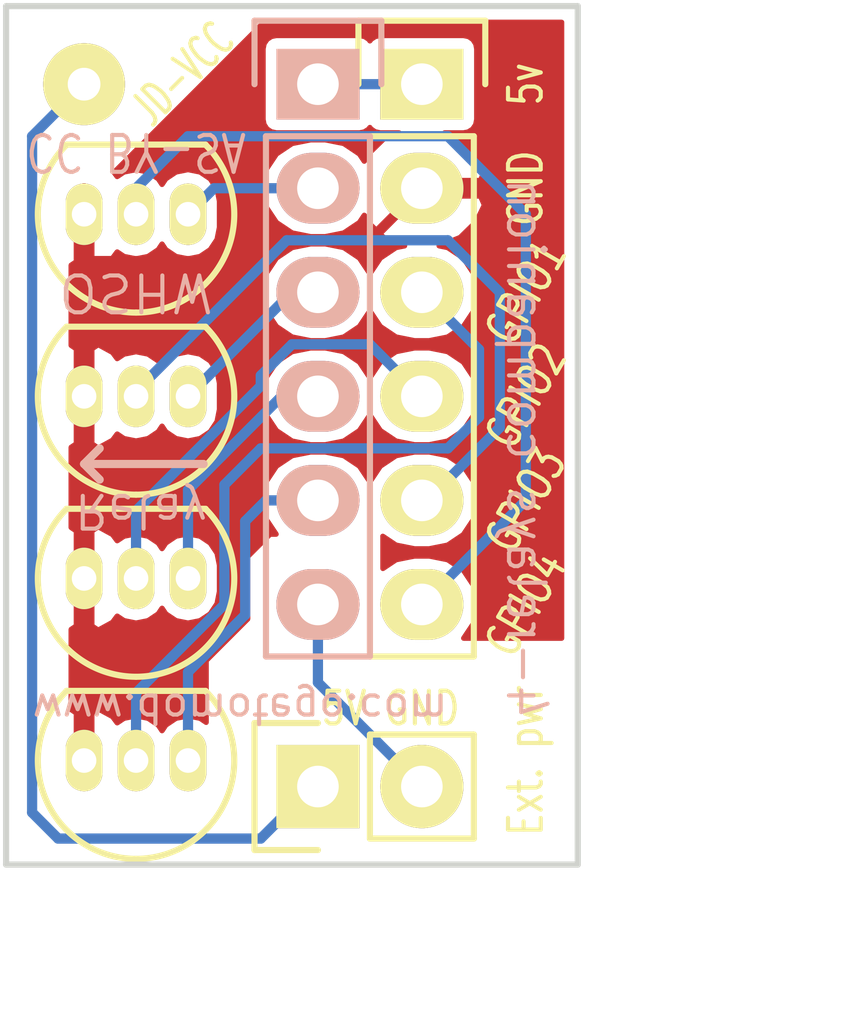
<source format=kicad_pcb>
(kicad_pcb (version 4) (host pcbnew 4.0.1-4.201602100846+6195~38~ubuntu15.10.1-stable)

  (general
    (links 15)
    (no_connects 0)
    (area 140.941667 81.405 159.413334 109.883333)
    (thickness 1.6)
    (drawings 24)
    (tracks 57)
    (zones 0)
    (modules 8)
    (nets 13)
  )

  (page A4)
  (title_block
    (title "4-relays companion")
    (date 2016-02-20)
    (rev 1)
    (company Domotego)
    (comment 1 https://github.com/tiramiseb/domotego_pcbs)
    (comment 2 https://www.domotego.com)
    (comment 4 "CC BY-SA")
  )

  (layers
    (0 F.Cu signal)
    (31 B.Cu signal)
    (32 B.Adhes user)
    (33 F.Adhes user)
    (34 B.Paste user)
    (35 F.Paste user)
    (36 B.SilkS user)
    (37 F.SilkS user)
    (38 B.Mask user)
    (39 F.Mask user)
    (40 Dwgs.User user)
    (41 Cmts.User user)
    (42 Eco1.User user)
    (43 Eco2.User user)
    (44 Edge.Cuts user)
    (45 Margin user)
    (46 B.CrtYd user)
    (47 F.CrtYd user)
    (48 B.Fab user)
    (49 F.Fab user)
  )

  (setup
    (last_trace_width 0.25)
    (trace_clearance 0.2)
    (zone_clearance 0.254)
    (zone_45_only no)
    (trace_min 0.2)
    (segment_width 0.2)
    (edge_width 0.15)
    (via_size 0.6)
    (via_drill 0.4)
    (via_min_size 0.4)
    (via_min_drill 0.3)
    (uvia_size 0.3)
    (uvia_drill 0.1)
    (uvias_allowed no)
    (uvia_min_size 0.2)
    (uvia_min_drill 0.1)
    (pcb_text_width 0.3)
    (pcb_text_size 1.5 1.5)
    (mod_edge_width 0.15)
    (mod_text_size 1 1)
    (mod_text_width 0.15)
    (pad_size 1.524 1.524)
    (pad_drill 0.762)
    (pad_to_mask_clearance 0.2)
    (aux_axis_origin 0 0)
    (visible_elements FFFFFF7F)
    (pcbplotparams
      (layerselection 0x00030_80000001)
      (usegerberextensions false)
      (excludeedgelayer true)
      (linewidth 0.100000)
      (plotframeref false)
      (viasonmask false)
      (mode 1)
      (useauxorigin false)
      (hpglpennumber 1)
      (hpglpenspeed 20)
      (hpglpendiameter 15)
      (hpglpenoverlay 2)
      (psnegative false)
      (psa4output false)
      (plotreference true)
      (plotvalue true)
      (plotinvisibletext false)
      (padsonsilk false)
      (subtractmaskfromsilk false)
      (outputformat 1)
      (mirror false)
      (drillshape 1)
      (scaleselection 1)
      (outputdirectory ""))
  )

  (net 0 "")
  (net 1 RPI_5V)
  (net 2 IN2)
  (net 3 IN1)
  (net 4 EXT_GND)
  (net 5 RPI_GND)
  (net 6 GPIO1)
  (net 7 GPIO2)
  (net 8 EXT_5V)
  (net 9 IN4)
  (net 10 IN3)
  (net 11 GPIO3)
  (net 12 GPIO4)

  (net_class Default "Ceci est la Netclass par défaut"
    (clearance 0.2)
    (trace_width 0.25)
    (via_dia 0.6)
    (via_drill 0.4)
    (uvia_dia 0.3)
    (uvia_drill 0.1)
    (add_net EXT_5V)
    (add_net EXT_GND)
    (add_net GPIO1)
    (add_net GPIO2)
    (add_net GPIO3)
    (add_net GPIO4)
    (add_net IN1)
    (add_net IN2)
    (add_net IN3)
    (add_net IN4)
    (add_net RPI_5V)
    (add_net RPI_GND)
  )

  (module Socket_Strips:Socket_Strip_Straight_1x06 (layer B.Cu) (tedit 56C2414C) (tstamp 56C24127)
    (at 151.765 87.63 270)
    (descr "Through hole socket strip")
    (tags "socket strip")
    (path /56C1AEC7)
    (fp_text reference P1 (at 0 5.1 270) (layer B.SilkS) hide
      (effects (font (size 1 1) (thickness 0.15)) (justify mirror))
    )
    (fp_text value CONN_01X06 (at 0 3.1 270) (layer B.Fab) hide
      (effects (font (size 1 1) (thickness 0.15)) (justify mirror))
    )
    (fp_line (start -1.75 1.75) (end -1.75 -1.75) (layer B.CrtYd) (width 0.05))
    (fp_line (start 14.45 1.75) (end 14.45 -1.75) (layer B.CrtYd) (width 0.05))
    (fp_line (start -1.75 1.75) (end 14.45 1.75) (layer B.CrtYd) (width 0.05))
    (fp_line (start -1.75 -1.75) (end 14.45 -1.75) (layer B.CrtYd) (width 0.05))
    (fp_line (start 1.27 -1.27) (end 13.97 -1.27) (layer B.SilkS) (width 0.15))
    (fp_line (start 13.97 -1.27) (end 13.97 1.27) (layer B.SilkS) (width 0.15))
    (fp_line (start 13.97 1.27) (end 1.27 1.27) (layer B.SilkS) (width 0.15))
    (fp_line (start -1.55 -1.55) (end 0 -1.55) (layer B.SilkS) (width 0.15))
    (fp_line (start 1.27 -1.27) (end 1.27 1.27) (layer B.SilkS) (width 0.15))
    (fp_line (start 0 1.55) (end -1.55 1.55) (layer B.SilkS) (width 0.15))
    (fp_line (start -1.55 1.55) (end -1.55 -1.55) (layer B.SilkS) (width 0.15))
    (pad 1 thru_hole rect (at 0 0 270) (size 1.7272 2.032) (drill 1.016) (layers *.Cu *.Mask B.SilkS)
      (net 1 RPI_5V))
    (pad 2 thru_hole oval (at 2.54 0 270) (size 1.7272 2.032) (drill 1.016) (layers *.Cu *.Mask B.SilkS)
      (net 9 IN4))
    (pad 3 thru_hole oval (at 5.08 0 270) (size 1.7272 2.032) (drill 1.016) (layers *.Cu *.Mask B.SilkS)
      (net 10 IN3))
    (pad 4 thru_hole oval (at 7.62 0 270) (size 1.7272 2.032) (drill 1.016) (layers *.Cu *.Mask B.SilkS)
      (net 2 IN2))
    (pad 5 thru_hole oval (at 10.16 0 270) (size 1.7272 2.032) (drill 1.016) (layers *.Cu *.Mask B.SilkS)
      (net 3 IN1))
    (pad 6 thru_hole oval (at 12.7 0 270) (size 1.7272 2.032) (drill 1.016) (layers *.Cu *.Mask B.SilkS)
      (net 4 EXT_GND))
    (model Socket_Strips.3dshapes/Socket_Strip_Straight_1x06.wrl
      (at (xyz 0.25 0 0))
      (scale (xyz 1 1 1))
      (rotate (xyz 0 0 180))
    )
  )

  (module Pin_Headers:Pin_Header_Straight_1x06 (layer F.Cu) (tedit 56C24154) (tstamp 56C24131)
    (at 154.305 87.63)
    (descr "Through hole pin header")
    (tags "pin header")
    (path /56C1B235)
    (fp_text reference P2 (at 0 -5.1) (layer F.SilkS) hide
      (effects (font (size 1 1) (thickness 0.15)))
    )
    (fp_text value CONN_01X06 (at 0 -3.1) (layer F.Fab) hide
      (effects (font (size 1 1) (thickness 0.15)))
    )
    (fp_line (start -1.75 -1.75) (end -1.75 14.45) (layer F.CrtYd) (width 0.05))
    (fp_line (start 1.75 -1.75) (end 1.75 14.45) (layer F.CrtYd) (width 0.05))
    (fp_line (start -1.75 -1.75) (end 1.75 -1.75) (layer F.CrtYd) (width 0.05))
    (fp_line (start -1.75 14.45) (end 1.75 14.45) (layer F.CrtYd) (width 0.05))
    (fp_line (start 1.27 1.27) (end 1.27 13.97) (layer F.SilkS) (width 0.15))
    (fp_line (start 1.27 13.97) (end -1.27 13.97) (layer F.SilkS) (width 0.15))
    (fp_line (start -1.27 13.97) (end -1.27 1.27) (layer F.SilkS) (width 0.15))
    (fp_line (start 1.55 -1.55) (end 1.55 0) (layer F.SilkS) (width 0.15))
    (fp_line (start 1.27 1.27) (end -1.27 1.27) (layer F.SilkS) (width 0.15))
    (fp_line (start -1.55 0) (end -1.55 -1.55) (layer F.SilkS) (width 0.15))
    (fp_line (start -1.55 -1.55) (end 1.55 -1.55) (layer F.SilkS) (width 0.15))
    (pad 1 thru_hole rect (at 0 0) (size 2.032 1.7272) (drill 1.016) (layers *.Cu *.Mask F.SilkS)
      (net 1 RPI_5V))
    (pad 2 thru_hole oval (at 0 2.54) (size 2.032 1.7272) (drill 1.016) (layers *.Cu *.Mask F.SilkS)
      (net 5 RPI_GND))
    (pad 3 thru_hole oval (at 0 5.08) (size 2.032 1.7272) (drill 1.016) (layers *.Cu *.Mask F.SilkS)
      (net 6 GPIO1))
    (pad 4 thru_hole oval (at 0 7.62) (size 2.032 1.7272) (drill 1.016) (layers *.Cu *.Mask F.SilkS)
      (net 7 GPIO2))
    (pad 5 thru_hole oval (at 0 10.16) (size 2.032 1.7272) (drill 1.016) (layers *.Cu *.Mask F.SilkS)
      (net 11 GPIO3))
    (pad 6 thru_hole oval (at 0 12.7) (size 2.032 1.7272) (drill 1.016) (layers *.Cu *.Mask F.SilkS)
      (net 12 GPIO4))
    (model Pin_Headers.3dshapes/Pin_Header_Straight_1x06.wrl
      (at (xyz 0 -0.25 0))
      (scale (xyz 1 1 1))
      (rotate (xyz 0 0 90))
    )
  )

  (module Pin_Headers:Pin_Header_Straight_1x02 (layer F.Cu) (tedit 56C241D4) (tstamp 56C24137)
    (at 151.765 104.775 90)
    (descr "Through hole pin header")
    (tags "pin header")
    (path /56C1B847)
    (fp_text reference P3 (at 0 -5.1 90) (layer F.SilkS) hide
      (effects (font (size 1 1) (thickness 0.15)))
    )
    (fp_text value CONN_01X02 (at 0 -3.1 90) (layer F.Fab) hide
      (effects (font (size 1 1) (thickness 0.15)))
    )
    (fp_line (start 1.27 1.27) (end 1.27 3.81) (layer F.SilkS) (width 0.15))
    (fp_line (start 1.55 -1.55) (end 1.55 0) (layer F.SilkS) (width 0.15))
    (fp_line (start -1.75 -1.75) (end -1.75 4.3) (layer F.CrtYd) (width 0.05))
    (fp_line (start 1.75 -1.75) (end 1.75 4.3) (layer F.CrtYd) (width 0.05))
    (fp_line (start -1.75 -1.75) (end 1.75 -1.75) (layer F.CrtYd) (width 0.05))
    (fp_line (start -1.75 4.3) (end 1.75 4.3) (layer F.CrtYd) (width 0.05))
    (fp_line (start 1.27 1.27) (end -1.27 1.27) (layer F.SilkS) (width 0.15))
    (fp_line (start -1.55 0) (end -1.55 -1.55) (layer F.SilkS) (width 0.15))
    (fp_line (start -1.55 -1.55) (end 1.55 -1.55) (layer F.SilkS) (width 0.15))
    (fp_line (start -1.27 1.27) (end -1.27 3.81) (layer F.SilkS) (width 0.15))
    (fp_line (start -1.27 3.81) (end 1.27 3.81) (layer F.SilkS) (width 0.15))
    (pad 1 thru_hole rect (at 0 0 90) (size 2.032 2.032) (drill 1.016) (layers *.Cu *.Mask F.SilkS)
      (net 8 EXT_5V))
    (pad 2 thru_hole oval (at 0 2.54 90) (size 2.032 2.032) (drill 1.016) (layers *.Cu *.Mask F.SilkS)
      (net 4 EXT_GND))
    (model Pin_Headers.3dshapes/Pin_Header_Straight_1x02.wrl
      (at (xyz 0 -0.05 0))
      (scale (xyz 1 1 1))
      (rotate (xyz 0 0 90))
    )
  )

  (module TO_SOT_Packages_THT:TO-92_Inline_Narrow_Oval (layer F.Cu) (tedit 56C2423B) (tstamp 56C24143)
    (at 148.59 104.14 180)
    (descr "TO-92 leads in-line, narrow, oval pads, drill 0.6mm (see NXP sot054_po.pdf)")
    (tags "to-92 sc-43 sc-43a sot54 PA33 transistor")
    (path /56C1B047)
    (fp_text reference Q1 (at 0 -4 180) (layer F.SilkS) hide
      (effects (font (size 1 1) (thickness 0.15)))
    )
    (fp_text value BC547 (at 0 3 180) (layer F.Fab) hide
      (effects (font (size 1 1) (thickness 0.15)))
    )
    (fp_line (start -1.4 1.95) (end -1.4 -2.65) (layer F.CrtYd) (width 0.05))
    (fp_line (start -1.4 1.95) (end 3.95 1.95) (layer F.CrtYd) (width 0.05))
    (fp_line (start -0.43 1.7) (end 2.97 1.7) (layer F.SilkS) (width 0.15))
    (fp_arc (start 1.27 0) (end 1.27 -2.4) (angle -135) (layer F.SilkS) (width 0.15))
    (fp_arc (start 1.27 0) (end 1.27 -2.4) (angle 135) (layer F.SilkS) (width 0.15))
    (fp_line (start -1.4 -2.65) (end 3.95 -2.65) (layer F.CrtYd) (width 0.05))
    (fp_line (start 3.95 1.95) (end 3.95 -2.65) (layer F.CrtYd) (width 0.05))
    (pad 2 thru_hole oval (at 1.27 0) (size 0.89916 1.50114) (drill 0.6) (layers *.Cu *.Mask F.SilkS)
      (net 6 GPIO1))
    (pad 3 thru_hole oval (at 2.54 0) (size 0.89916 1.50114) (drill 0.6) (layers *.Cu *.Mask F.SilkS)
      (net 5 RPI_GND))
    (pad 1 thru_hole oval (at 0 0) (size 0.89916 1.50114) (drill 0.6) (layers *.Cu *.Mask F.SilkS)
      (net 3 IN1))
    (model TO_SOT_Packages_THT.3dshapes/TO-92_Inline_Narrow_Oval.wrl
      (at (xyz 0.05 0 0))
      (scale (xyz 1 1 1))
      (rotate (xyz 0 0 -90))
    )
  )

  (module TO_SOT_Packages_THT:TO-92_Inline_Narrow_Oval (layer F.Cu) (tedit 56C2422C) (tstamp 56C2414A)
    (at 148.59 99.695 180)
    (descr "TO-92 leads in-line, narrow, oval pads, drill 0.6mm (see NXP sot054_po.pdf)")
    (tags "to-92 sc-43 sc-43a sot54 PA33 transistor")
    (path /56C1B198)
    (fp_text reference Q2 (at 0 -4 180) (layer F.SilkS) hide
      (effects (font (size 1 1) (thickness 0.15)))
    )
    (fp_text value BC547 (at 0 3 180) (layer F.Fab) hide
      (effects (font (size 1 1) (thickness 0.15)))
    )
    (fp_line (start -1.4 1.95) (end -1.4 -2.65) (layer F.CrtYd) (width 0.05))
    (fp_line (start -1.4 1.95) (end 3.95 1.95) (layer F.CrtYd) (width 0.05))
    (fp_line (start -0.43 1.7) (end 2.97 1.7) (layer F.SilkS) (width 0.15))
    (fp_arc (start 1.27 0) (end 1.27 -2.4) (angle -135) (layer F.SilkS) (width 0.15))
    (fp_arc (start 1.27 0) (end 1.27 -2.4) (angle 135) (layer F.SilkS) (width 0.15))
    (fp_line (start -1.4 -2.65) (end 3.95 -2.65) (layer F.CrtYd) (width 0.05))
    (fp_line (start 3.95 1.95) (end 3.95 -2.65) (layer F.CrtYd) (width 0.05))
    (pad 2 thru_hole oval (at 1.27 0) (size 0.89916 1.50114) (drill 0.6) (layers *.Cu *.Mask F.SilkS)
      (net 7 GPIO2))
    (pad 3 thru_hole oval (at 2.54 0) (size 0.89916 1.50114) (drill 0.6) (layers *.Cu *.Mask F.SilkS)
      (net 5 RPI_GND))
    (pad 1 thru_hole oval (at 0 0) (size 0.89916 1.50114) (drill 0.6) (layers *.Cu *.Mask F.SilkS)
      (net 2 IN2))
    (model TO_SOT_Packages_THT.3dshapes/TO-92_Inline_Narrow_Oval.wrl
      (at (xyz 0.05 0 0))
      (scale (xyz 1 1 1))
      (rotate (xyz 0 0 -90))
    )
  )

  (module TO_SOT_Packages_THT:TO-92_Inline_Narrow_Oval (layer F.Cu) (tedit 56C2421C) (tstamp 56C24151)
    (at 148.59 95.25 180)
    (descr "TO-92 leads in-line, narrow, oval pads, drill 0.6mm (see NXP sot054_po.pdf)")
    (tags "to-92 sc-43 sc-43a sot54 PA33 transistor")
    (path /56C255F0)
    (fp_text reference Q3 (at 0 -4 180) (layer F.SilkS) hide
      (effects (font (size 1 1) (thickness 0.15)))
    )
    (fp_text value BC547 (at 0 3 180) (layer F.Fab) hide
      (effects (font (size 1 1) (thickness 0.15)))
    )
    (fp_line (start -1.4 1.95) (end -1.4 -2.65) (layer F.CrtYd) (width 0.05))
    (fp_line (start -1.4 1.95) (end 3.95 1.95) (layer F.CrtYd) (width 0.05))
    (fp_line (start -0.43 1.7) (end 2.97 1.7) (layer F.SilkS) (width 0.15))
    (fp_arc (start 1.27 0) (end 1.27 -2.4) (angle -135) (layer F.SilkS) (width 0.15))
    (fp_arc (start 1.27 0) (end 1.27 -2.4) (angle 135) (layer F.SilkS) (width 0.15))
    (fp_line (start -1.4 -2.65) (end 3.95 -2.65) (layer F.CrtYd) (width 0.05))
    (fp_line (start 3.95 1.95) (end 3.95 -2.65) (layer F.CrtYd) (width 0.05))
    (pad 2 thru_hole oval (at 1.27 0) (size 0.89916 1.50114) (drill 0.6) (layers *.Cu *.Mask F.SilkS)
      (net 11 GPIO3))
    (pad 3 thru_hole oval (at 2.54 0) (size 0.89916 1.50114) (drill 0.6) (layers *.Cu *.Mask F.SilkS)
      (net 5 RPI_GND))
    (pad 1 thru_hole oval (at 0 0) (size 0.89916 1.50114) (drill 0.6) (layers *.Cu *.Mask F.SilkS)
      (net 10 IN3))
    (model TO_SOT_Packages_THT.3dshapes/TO-92_Inline_Narrow_Oval.wrl
      (at (xyz 0.05 0 0))
      (scale (xyz 1 1 1))
      (rotate (xyz 0 0 -90))
    )
  )

  (module TO_SOT_Packages_THT:TO-92_Inline_Narrow_Oval (layer F.Cu) (tedit 56C2421F) (tstamp 56C24158)
    (at 148.59 90.805 180)
    (descr "TO-92 leads in-line, narrow, oval pads, drill 0.6mm (see NXP sot054_po.pdf)")
    (tags "to-92 sc-43 sc-43a sot54 PA33 transistor")
    (path /56C2581B)
    (fp_text reference Q4 (at 0 -4 180) (layer F.SilkS) hide
      (effects (font (size 1 1) (thickness 0.15)))
    )
    (fp_text value BC547 (at 0 3 180) (layer F.Fab) hide
      (effects (font (size 1 1) (thickness 0.15)))
    )
    (fp_line (start -1.4 1.95) (end -1.4 -2.65) (layer F.CrtYd) (width 0.05))
    (fp_line (start -1.4 1.95) (end 3.95 1.95) (layer F.CrtYd) (width 0.05))
    (fp_line (start -0.43 1.7) (end 2.97 1.7) (layer F.SilkS) (width 0.15))
    (fp_arc (start 1.27 0) (end 1.27 -2.4) (angle -135) (layer F.SilkS) (width 0.15))
    (fp_arc (start 1.27 0) (end 1.27 -2.4) (angle 135) (layer F.SilkS) (width 0.15))
    (fp_line (start -1.4 -2.65) (end 3.95 -2.65) (layer F.CrtYd) (width 0.05))
    (fp_line (start 3.95 1.95) (end 3.95 -2.65) (layer F.CrtYd) (width 0.05))
    (pad 2 thru_hole oval (at 1.27 0) (size 0.89916 1.50114) (drill 0.6) (layers *.Cu *.Mask F.SilkS)
      (net 12 GPIO4))
    (pad 3 thru_hole oval (at 2.54 0) (size 0.89916 1.50114) (drill 0.6) (layers *.Cu *.Mask F.SilkS)
      (net 5 RPI_GND))
    (pad 1 thru_hole oval (at 0 0) (size 0.89916 1.50114) (drill 0.6) (layers *.Cu *.Mask F.SilkS)
      (net 9 IN4))
    (model TO_SOT_Packages_THT.3dshapes/TO-92_Inline_Narrow_Oval.wrl
      (at (xyz 0.05 0 0))
      (scale (xyz 1 1 1))
      (rotate (xyz 0 0 -90))
    )
  )

  (module Wire_Pads:SolderWirePad_single_0-8mmDrill (layer F.Cu) (tedit 56C241CE) (tstamp 56C2413C)
    (at 146.05 87.63)
    (path /56C1BA9B)
    (fp_text reference P4 (at 0 -2.54) (layer F.SilkS) hide
      (effects (font (size 1 1) (thickness 0.15)))
    )
    (fp_text value CONN_01X01 (at 0 2.54) (layer F.Fab) hide
      (effects (font (size 1 1) (thickness 0.15)))
    )
    (pad 1 thru_hole circle (at 0 0) (size 1.99898 1.99898) (drill 0.8001) (layers *.Cu *.Mask F.SilkS)
      (net 8 EXT_5V))
  )

  (dimension 13.97 (width 0.3) (layer Cmts.User)
    (gr_text "13,970 mm" (at 151.13 111.205) (layer Cmts.User)
      (effects (font (size 1.5 1.5) (thickness 0.3)))
    )
    (feature1 (pts (xy 158.115 107.95) (xy 158.115 112.555)))
    (feature2 (pts (xy 144.145 107.95) (xy 144.145 112.555)))
    (crossbar (pts (xy 144.145 109.855) (xy 158.115 109.855)))
    (arrow1a (pts (xy 158.115 109.855) (xy 156.988496 110.441421)))
    (arrow1b (pts (xy 158.115 109.855) (xy 156.988496 109.268579)))
    (arrow2a (pts (xy 144.145 109.855) (xy 145.271504 110.441421)))
    (arrow2b (pts (xy 144.145 109.855) (xy 145.271504 109.268579)))
  )
  (dimension 20.955 (width 0.3) (layer Cmts.User)
    (gr_text "20,955 mm" (at 162.005 96.2025 270) (layer Cmts.User)
      (effects (font (size 1.5 1.5) (thickness 0.3)))
    )
    (feature1 (pts (xy 159.385 106.68) (xy 163.355 106.68)))
    (feature2 (pts (xy 159.385 85.725) (xy 163.355 85.725)))
    (crossbar (pts (xy 160.655 85.725) (xy 160.655 106.68)))
    (arrow1a (pts (xy 160.655 106.68) (xy 160.068579 105.553496)))
    (arrow1b (pts (xy 160.655 106.68) (xy 161.241421 105.553496)))
    (arrow2a (pts (xy 160.655 85.725) (xy 160.068579 86.851504)))
    (arrow2b (pts (xy 160.655 85.725) (xy 161.241421 86.851504)))
  )
  (gr_text "CC BY-SA" (at 147.32 89.281 180) (layer B.SilkS)
    (effects (font (size 0.9 0.7) (thickness 0.1)) (justify mirror))
  )
  (gr_text OSHW (at 147.32 92.71 180) (layer B.SilkS)
    (effects (font (size 0.9 0.9) (thickness 0.1)) (justify mirror))
  )
  (gr_line (start 146.05 96.901) (end 146.431 96.52) (angle 90) (layer B.SilkS) (width 0.2))
  (gr_line (start 146.05 96.901) (end 146.431 97.282) (angle 90) (layer B.SilkS) (width 0.2))
  (gr_line (start 146.05 96.901) (end 148.971 96.901) (angle 90) (layer B.SilkS) (width 0.2))
  (gr_text Relay (at 147.447 98.044 180) (layer B.SilkS)
    (effects (font (size 0.8 0.8) (thickness 0.1)) (justify mirror))
  )
  (gr_text www.domotego.com (at 149.86 102.87 180) (layer B.SilkS)
    (effects (font (size 0.7 0.7) (thickness 0.1)) (justify mirror))
  )
  (gr_text "4-relays companion" (at 156.845 96.52 270) (layer B.SilkS)
    (effects (font (size 0.9 0.85) (thickness 0.1)) (justify mirror))
  )
  (gr_text JD-VCC (at 148.463 87.376 45) (layer F.SilkS)
    (effects (font (size 0.8 0.5) (thickness 0.1)))
  )
  (gr_line (start 158.115 106.68) (end 144.145 106.68) (angle 90) (layer Edge.Cuts) (width 0.15))
  (gr_line (start 144.145 85.725) (end 144.145 106.68) (angle 90) (layer Edge.Cuts) (width 0.15))
  (gr_line (start 158.115 85.725) (end 158.115 106.68) (angle 90) (layer Edge.Cuts) (width 0.15))
  (gr_text "Ext. pwr" (at 156.845 104.14 90) (layer F.SilkS)
    (effects (font (size 0.8 0.6) (thickness 0.1)))
  )
  (gr_text GND (at 154.305 102.87) (layer F.SilkS)
    (effects (font (size 0.8 0.6) (thickness 0.1)))
  )
  (gr_text 5V (at 152.4 102.87) (layer F.SilkS)
    (effects (font (size 0.8 0.6) (thickness 0.1)))
  )
  (gr_line (start 144.145 85.725) (end 158.115 85.725) (angle 90) (layer Edge.Cuts) (width 0.15))
  (gr_text GPIO4 (at 156.845 100.33 60) (layer F.SilkS)
    (effects (font (size 0.8 0.6) (thickness 0.1)))
  )
  (gr_text GPIO3 (at 156.845 97.79 60) (layer F.SilkS)
    (effects (font (size 0.8 0.6) (thickness 0.1)))
  )
  (gr_text GPIO2 (at 156.845 95.25 60) (layer F.SilkS)
    (effects (font (size 0.8 0.6) (thickness 0.1)))
  )
  (gr_text GPIO1 (at 156.845 92.71 60) (layer F.SilkS)
    (effects (font (size 0.8 0.6) (thickness 0.1)))
  )
  (gr_text GND (at 156.845 90.17 90) (layer F.SilkS)
    (effects (font (size 0.8 0.6) (thickness 0.1)))
  )
  (gr_text 5v (at 156.845 87.63 90) (layer F.SilkS)
    (effects (font (size 0.8 0.6) (thickness 0.1)))
  )

  (segment (start 151.765 87.63) (end 154.305 87.63) (width 0.25) (layer B.Cu) (net 1))
  (segment (start 148.59 99.695) (end 148.59 97.536) (width 0.25) (layer B.Cu) (net 2))
  (segment (start 148.59 97.536) (end 150.876 95.25) (width 0.25) (layer B.Cu) (net 2) (tstamp 56C2B046))
  (segment (start 150.876 95.25) (end 151.765 95.25) (width 0.25) (layer B.Cu) (net 2) (tstamp 56C2B04B))
  (segment (start 148.59 104.14) (end 148.59 101.981) (width 0.25) (layer B.Cu) (net 3))
  (segment (start 150.495 97.79) (end 151.765 97.79) (width 0.25) (layer B.Cu) (net 3) (tstamp 56C2B18D))
  (segment (start 149.987 98.298) (end 150.495 97.79) (width 0.25) (layer B.Cu) (net 3) (tstamp 56C2B188))
  (segment (start 149.987 100.584) (end 149.987 98.298) (width 0.25) (layer B.Cu) (net 3) (tstamp 56C2B184))
  (segment (start 148.59 101.981) (end 149.987 100.584) (width 0.25) (layer B.Cu) (net 3) (tstamp 56C2B17F))
  (segment (start 151.765 100.33) (end 151.765 102.235) (width 0.25) (layer B.Cu) (net 4))
  (segment (start 151.765 102.235) (end 154.305 104.775) (width 0.25) (layer B.Cu) (net 4) (tstamp 56C8DBD5))
  (segment (start 154.305 90.17) (end 153.035 91.44) (width 0.25) (layer F.Cu) (net 5))
  (segment (start 150.495 91.948) (end 146.05 91.948) (width 0.25) (layer F.Cu) (net 5) (tstamp 56C2AF55))
  (segment (start 151.003 91.44) (end 150.495 91.948) (width 0.25) (layer F.Cu) (net 5) (tstamp 56C2AF4A))
  (segment (start 153.035 91.44) (end 151.003 91.44) (width 0.25) (layer F.Cu) (net 5) (tstamp 56C2AF47))
  (segment (start 146.05 90.805) (end 146.05 91.948) (width 0.25) (layer F.Cu) (net 5))
  (segment (start 146.05 91.948) (end 146.05 95.25) (width 0.25) (layer F.Cu) (net 5) (tstamp 56C2AF5B))
  (segment (start 146.05 95.25) (end 146.05 99.695) (width 0.25) (layer F.Cu) (net 5) (tstamp 56C246EB))
  (segment (start 146.05 99.695) (end 146.05 104.14) (width 0.25) (layer F.Cu) (net 5) (tstamp 56C246EC))
  (segment (start 146.05 90.17) (end 146.05 90.805) (width 0.25) (layer F.Cu) (net 5) (tstamp 56C243F6))
  (segment (start 147.32 104.14) (end 147.32 102.489) (width 0.25) (layer B.Cu) (net 6))
  (segment (start 155.702 94.107) (end 154.305 92.71) (width 0.25) (layer B.Cu) (net 6) (tstamp 56C2B0C5))
  (segment (start 155.702 95.758) (end 155.702 94.107) (width 0.25) (layer B.Cu) (net 6) (tstamp 56C2B0C3))
  (segment (start 154.94 96.52) (end 155.702 95.758) (width 0.25) (layer B.Cu) (net 6) (tstamp 56C2B0C1))
  (segment (start 150.368 96.52) (end 154.94 96.52) (width 0.25) (layer B.Cu) (net 6) (tstamp 56C2B0BF))
  (segment (start 149.479 97.409) (end 150.368 96.52) (width 0.25) (layer B.Cu) (net 6) (tstamp 56C2B0BA))
  (segment (start 149.479 100.33) (end 149.479 97.409) (width 0.25) (layer B.Cu) (net 6) (tstamp 56C2B0B9))
  (segment (start 147.32 102.489) (end 149.479 100.33) (width 0.25) (layer B.Cu) (net 6) (tstamp 56C2B0B4))
  (segment (start 147.32 99.695) (end 147.32 98.044) (width 0.25) (layer B.Cu) (net 7))
  (segment (start 153.035 93.98) (end 154.305 95.25) (width 0.25) (layer B.Cu) (net 7) (tstamp 56C2AF0C))
  (segment (start 151.13 93.98) (end 153.035 93.98) (width 0.25) (layer B.Cu) (net 7) (tstamp 56C2AF0B))
  (segment (start 150.368 94.742) (end 151.13 93.98) (width 0.25) (layer B.Cu) (net 7) (tstamp 56C2AF07))
  (segment (start 150.368 94.996) (end 150.368 94.742) (width 0.25) (layer B.Cu) (net 7) (tstamp 56C2AF06))
  (segment (start 147.32 98.044) (end 150.368 94.996) (width 0.25) (layer B.Cu) (net 7) (tstamp 56C2AEFF))
  (segment (start 151.765 104.775) (end 151.638 104.775) (width 0.25) (layer B.Cu) (net 8))
  (segment (start 151.638 104.775) (end 150.368 106.045) (width 0.25) (layer B.Cu) (net 8) (tstamp 56C2B146))
  (segment (start 150.368 106.045) (end 145.415 106.045) (width 0.25) (layer B.Cu) (net 8) (tstamp 56C2B14C))
  (segment (start 145.415 106.045) (end 144.78 105.41) (width 0.25) (layer B.Cu) (net 8) (tstamp 56C2B151))
  (segment (start 144.78 105.41) (end 144.78 88.9) (width 0.25) (layer B.Cu) (net 8) (tstamp 56C2B15D))
  (segment (start 144.78 88.9) (end 146.05 87.63) (width 0.25) (layer B.Cu) (net 8) (tstamp 56C2B160))
  (segment (start 151.765 90.17) (end 149.225 90.17) (width 0.25) (layer B.Cu) (net 9))
  (segment (start 149.225 90.17) (end 148.59 90.805) (width 0.25) (layer B.Cu) (net 9) (tstamp 56C247C1))
  (segment (start 151.765 92.71) (end 151.13 92.71) (width 0.25) (layer B.Cu) (net 10))
  (segment (start 151.13 92.71) (end 148.59 95.25) (width 0.25) (layer B.Cu) (net 10) (tstamp 56C2AE75))
  (segment (start 154.305 97.79) (end 154.432 97.79) (width 0.25) (layer B.Cu) (net 11))
  (segment (start 154.432 97.79) (end 156.21 96.012) (width 0.25) (layer B.Cu) (net 11) (tstamp 56C2B104))
  (segment (start 156.21 96.012) (end 156.21 92.71) (width 0.25) (layer B.Cu) (net 11) (tstamp 56C2B105))
  (segment (start 156.21 92.71) (end 154.94 91.44) (width 0.25) (layer B.Cu) (net 11) (tstamp 56C2B107))
  (segment (start 154.94 91.44) (end 151.003 91.44) (width 0.25) (layer B.Cu) (net 11) (tstamp 56C2B10C))
  (segment (start 151.003 91.44) (end 147.32 95.123) (width 0.25) (layer B.Cu) (net 11) (tstamp 56C2B10E))
  (segment (start 147.32 95.123) (end 147.32 95.25) (width 0.25) (layer B.Cu) (net 11) (tstamp 56C2B110))
  (segment (start 147.32 90.805) (end 147.32 90.17) (width 0.25) (layer B.Cu) (net 12))
  (segment (start 147.32 90.17) (end 148.59 88.9) (width 0.25) (layer B.Cu) (net 12) (tstamp 56C24417))
  (segment (start 148.59 88.9) (end 154.94 88.9) (width 0.25) (layer B.Cu) (net 12) (tstamp 56C24418))
  (segment (start 154.94 88.9) (end 156.845 90.805) (width 0.25) (layer B.Cu) (net 12) (tstamp 56C2441A))
  (segment (start 156.845 90.805) (end 156.845 97.79) (width 0.25) (layer B.Cu) (net 12) (tstamp 56C2441B))
  (segment (start 156.845 97.79) (end 154.305 100.33) (width 0.25) (layer B.Cu) (net 12) (tstamp 56C2441C))

  (zone (net 5) (net_name RPI_GND) (layer F.Cu) (tstamp 56C2B1AC) (hatch edge 0.508)
    (connect_pads (clearance 0.254))
    (min_thickness 0.127)
    (fill yes (arc_segments 16) (thermal_gap 0.508) (thermal_bridge_width 0.508))
    (polygon
      (pts
        (xy 158.242 101.219) (xy 154.432 101.219) (xy 153.289 100.33) (xy 153.289 98.679) (xy 150.622 98.679)
        (xy 150.114 99.187) (xy 150.114 100.711) (xy 149.098 101.727) (xy 149.098 104.775) (xy 145.669 104.775)
        (xy 145.669 90.17) (xy 146.304 90.17) (xy 150.876 85.598) (xy 158.242 85.598) (xy 158.242 101.219)
      )
    )
    (filled_polygon
      (pts
        (xy 157.7225 101.1555) (xy 155.325146 101.1555) (xy 155.574719 100.781987) (xy 155.664625 100.33) (xy 155.574719 99.878013)
        (xy 155.318689 99.494836) (xy 154.935512 99.238806) (xy 154.483525 99.1489) (xy 154.126475 99.1489) (xy 153.674488 99.238806)
        (xy 153.3525 99.453951) (xy 153.3525 98.679) (xy 153.349467 98.664022) (xy 153.674488 98.881194) (xy 154.126475 98.9711)
        (xy 154.483525 98.9711) (xy 154.935512 98.881194) (xy 155.318689 98.625164) (xy 155.574719 98.241987) (xy 155.664625 97.79)
        (xy 155.574719 97.338013) (xy 155.318689 96.954836) (xy 154.935512 96.698806) (xy 154.483525 96.6089) (xy 154.126475 96.6089)
        (xy 153.674488 96.698806) (xy 153.291311 96.954836) (xy 153.035281 97.338013) (xy 153.035 97.339426) (xy 153.034719 97.338013)
        (xy 152.778689 96.954836) (xy 152.395512 96.698806) (xy 151.943525 96.6089) (xy 151.586475 96.6089) (xy 151.134488 96.698806)
        (xy 150.751311 96.954836) (xy 150.495281 97.338013) (xy 150.405375 97.79) (xy 150.495281 98.241987) (xy 150.744854 98.6155)
        (xy 150.622 98.6155) (xy 150.597295 98.620503) (xy 150.577099 98.634099) (xy 150.069099 99.142099) (xy 150.055167 99.163105)
        (xy 150.0505 99.187) (xy 150.0505 100.684698) (xy 149.053099 101.682099) (xy 149.039167 101.703105) (xy 149.0345 101.727)
        (xy 149.0345 103.210258) (xy 148.883549 103.109395) (xy 148.59 103.051005) (xy 148.296451 103.109395) (xy 148.047593 103.275678)
        (xy 147.955 103.414252) (xy 147.862407 103.275678) (xy 147.613549 103.109395) (xy 147.32 103.051005) (xy 147.026451 103.109395)
        (xy 146.858586 103.22156) (xy 146.745584 103.069596) (xy 146.395082 102.878009) (xy 146.2405 102.981716) (xy 146.2405 103.9495)
        (xy 146.2605 103.9495) (xy 146.2605 104.3305) (xy 146.2405 104.3305) (xy 146.2405 104.3505) (xy 145.8595 104.3505)
        (xy 145.8595 104.3305) (xy 145.8395 104.3305) (xy 145.8395 103.9495) (xy 145.8595 103.9495) (xy 145.8595 102.981716)
        (xy 145.7325 102.896513) (xy 145.7325 100.938487) (xy 145.8595 100.853284) (xy 145.8595 99.8855) (xy 145.8395 99.8855)
        (xy 145.8395 99.5045) (xy 145.8595 99.5045) (xy 145.8595 98.536716) (xy 146.2405 98.536716) (xy 146.2405 99.5045)
        (xy 146.2605 99.5045) (xy 146.2605 99.8855) (xy 146.2405 99.8855) (xy 146.2405 100.853284) (xy 146.395082 100.956991)
        (xy 146.745584 100.765404) (xy 146.858586 100.61344) (xy 147.026451 100.725605) (xy 147.32 100.783995) (xy 147.613549 100.725605)
        (xy 147.862407 100.559322) (xy 147.955 100.420748) (xy 148.047593 100.559322) (xy 148.296451 100.725605) (xy 148.59 100.783995)
        (xy 148.883549 100.725605) (xy 149.132407 100.559322) (xy 149.29869 100.310464) (xy 149.35708 100.016915) (xy 149.35708 99.373085)
        (xy 149.29869 99.079536) (xy 149.132407 98.830678) (xy 148.883549 98.664395) (xy 148.59 98.606005) (xy 148.296451 98.664395)
        (xy 148.047593 98.830678) (xy 147.955 98.969252) (xy 147.862407 98.830678) (xy 147.613549 98.664395) (xy 147.32 98.606005)
        (xy 147.026451 98.664395) (xy 146.858586 98.77656) (xy 146.745584 98.624596) (xy 146.395082 98.433009) (xy 146.2405 98.536716)
        (xy 145.8595 98.536716) (xy 145.7325 98.451513) (xy 145.7325 96.493487) (xy 145.8595 96.408284) (xy 145.8595 95.4405)
        (xy 145.8395 95.4405) (xy 145.8395 95.0595) (xy 145.8595 95.0595) (xy 145.8595 94.091716) (xy 146.2405 94.091716)
        (xy 146.2405 95.0595) (xy 146.2605 95.0595) (xy 146.2605 95.4405) (xy 146.2405 95.4405) (xy 146.2405 96.408284)
        (xy 146.395082 96.511991) (xy 146.745584 96.320404) (xy 146.858586 96.16844) (xy 147.026451 96.280605) (xy 147.32 96.338995)
        (xy 147.613549 96.280605) (xy 147.862407 96.114322) (xy 147.955 95.975748) (xy 148.047593 96.114322) (xy 148.296451 96.280605)
        (xy 148.59 96.338995) (xy 148.883549 96.280605) (xy 149.132407 96.114322) (xy 149.29869 95.865464) (xy 149.35708 95.571915)
        (xy 149.35708 95.25) (xy 150.405375 95.25) (xy 150.495281 95.701987) (xy 150.751311 96.085164) (xy 151.134488 96.341194)
        (xy 151.586475 96.4311) (xy 151.943525 96.4311) (xy 152.395512 96.341194) (xy 152.778689 96.085164) (xy 153.034719 95.701987)
        (xy 153.035 95.700574) (xy 153.035281 95.701987) (xy 153.291311 96.085164) (xy 153.674488 96.341194) (xy 154.126475 96.4311)
        (xy 154.483525 96.4311) (xy 154.935512 96.341194) (xy 155.318689 96.085164) (xy 155.574719 95.701987) (xy 155.664625 95.25)
        (xy 155.574719 94.798013) (xy 155.318689 94.414836) (xy 154.935512 94.158806) (xy 154.483525 94.0689) (xy 154.126475 94.0689)
        (xy 153.674488 94.158806) (xy 153.291311 94.414836) (xy 153.035281 94.798013) (xy 153.035 94.799426) (xy 153.034719 94.798013)
        (xy 152.778689 94.414836) (xy 152.395512 94.158806) (xy 151.943525 94.0689) (xy 151.586475 94.0689) (xy 151.134488 94.158806)
        (xy 150.751311 94.414836) (xy 150.495281 94.798013) (xy 150.405375 95.25) (xy 149.35708 95.25) (xy 149.35708 94.928085)
        (xy 149.29869 94.634536) (xy 149.132407 94.385678) (xy 148.883549 94.219395) (xy 148.59 94.161005) (xy 148.296451 94.219395)
        (xy 148.047593 94.385678) (xy 147.955 94.524252) (xy 147.862407 94.385678) (xy 147.613549 94.219395) (xy 147.32 94.161005)
        (xy 147.026451 94.219395) (xy 146.858586 94.33156) (xy 146.745584 94.179596) (xy 146.395082 93.988009) (xy 146.2405 94.091716)
        (xy 145.8595 94.091716) (xy 145.7325 94.006513) (xy 145.7325 92.048487) (xy 145.8595 91.963284) (xy 145.8595 90.9955)
        (xy 145.8395 90.9955) (xy 145.8395 90.6145) (xy 145.8595 90.6145) (xy 145.8595 90.5945) (xy 146.2405 90.5945)
        (xy 146.2405 90.6145) (xy 146.2605 90.6145) (xy 146.2605 90.9955) (xy 146.2405 90.9955) (xy 146.2405 91.963284)
        (xy 146.395082 92.066991) (xy 146.745584 91.875404) (xy 146.858586 91.72344) (xy 147.026451 91.835605) (xy 147.32 91.893995)
        (xy 147.613549 91.835605) (xy 147.862407 91.669322) (xy 147.955 91.530748) (xy 148.047593 91.669322) (xy 148.296451 91.835605)
        (xy 148.59 91.893995) (xy 148.883549 91.835605) (xy 149.132407 91.669322) (xy 149.29869 91.420464) (xy 149.35708 91.126915)
        (xy 149.35708 90.483085) (xy 149.29869 90.189536) (xy 149.285637 90.17) (xy 150.405375 90.17) (xy 150.495281 90.621987)
        (xy 150.751311 91.005164) (xy 151.134488 91.261194) (xy 151.586475 91.3511) (xy 151.943525 91.3511) (xy 152.395512 91.261194)
        (xy 152.778689 91.005164) (xy 152.897102 90.827946) (xy 152.971229 90.981222) (xy 153.371597 91.371562) (xy 153.885502 91.576833)
        (xy 153.674488 91.618806) (xy 153.291311 91.874836) (xy 153.035281 92.258013) (xy 153.035 92.259426) (xy 153.034719 92.258013)
        (xy 152.778689 91.874836) (xy 152.395512 91.618806) (xy 151.943525 91.5289) (xy 151.586475 91.5289) (xy 151.134488 91.618806)
        (xy 150.751311 91.874836) (xy 150.495281 92.258013) (xy 150.405375 92.71) (xy 150.495281 93.161987) (xy 150.751311 93.545164)
        (xy 151.134488 93.801194) (xy 151.586475 93.8911) (xy 151.943525 93.8911) (xy 152.395512 93.801194) (xy 152.778689 93.545164)
        (xy 153.034719 93.161987) (xy 153.035 93.160574) (xy 153.035281 93.161987) (xy 153.291311 93.545164) (xy 153.674488 93.801194)
        (xy 154.126475 93.8911) (xy 154.483525 93.8911) (xy 154.935512 93.801194) (xy 155.318689 93.545164) (xy 155.574719 93.161987)
        (xy 155.664625 92.71) (xy 155.574719 92.258013) (xy 155.318689 91.874836) (xy 154.935512 91.618806) (xy 154.724498 91.576833)
        (xy 155.238403 91.371562) (xy 155.638771 90.981222) (xy 155.832487 90.580667) (xy 155.735506 90.3605) (xy 154.4955 90.3605)
        (xy 154.4955 90.3805) (xy 154.1145 90.3805) (xy 154.1145 90.3605) (xy 154.0945 90.3605) (xy 154.0945 89.9795)
        (xy 154.1145 89.9795) (xy 154.1145 89.9595) (xy 154.4955 89.9595) (xy 154.4955 89.9795) (xy 155.735506 89.9795)
        (xy 155.832487 89.759333) (xy 155.638771 89.358778) (xy 155.238403 88.968438) (xy 154.860072 88.81732) (xy 155.321 88.81732)
        (xy 155.438658 88.795181) (xy 155.546721 88.725645) (xy 155.619215 88.619545) (xy 155.64472 88.4936) (xy 155.64472 86.7664)
        (xy 155.622581 86.648742) (xy 155.553045 86.540679) (xy 155.446945 86.468185) (xy 155.321 86.44268) (xy 153.289 86.44268)
        (xy 153.171342 86.464819) (xy 153.063279 86.534355) (xy 153.035313 86.575285) (xy 153.013045 86.540679) (xy 152.906945 86.468185)
        (xy 152.781 86.44268) (xy 150.749 86.44268) (xy 150.631342 86.464819) (xy 150.523279 86.534355) (xy 150.450785 86.640455)
        (xy 150.42528 86.7664) (xy 150.42528 88.4936) (xy 150.447419 88.611258) (xy 150.516955 88.719321) (xy 150.623055 88.791815)
        (xy 150.749 88.81732) (xy 152.781 88.81732) (xy 152.898658 88.795181) (xy 153.006721 88.725645) (xy 153.034687 88.684715)
        (xy 153.056955 88.719321) (xy 153.163055 88.791815) (xy 153.289 88.81732) (xy 153.749928 88.81732) (xy 153.371597 88.968438)
        (xy 152.971229 89.358778) (xy 152.897102 89.512054) (xy 152.778689 89.334836) (xy 152.395512 89.078806) (xy 151.943525 88.9889)
        (xy 151.586475 88.9889) (xy 151.134488 89.078806) (xy 150.751311 89.334836) (xy 150.495281 89.718013) (xy 150.405375 90.17)
        (xy 149.285637 90.17) (xy 149.132407 89.940678) (xy 148.883549 89.774395) (xy 148.59 89.716005) (xy 148.296451 89.774395)
        (xy 148.047593 89.940678) (xy 147.955 90.079252) (xy 147.862407 89.940678) (xy 147.613549 89.774395) (xy 147.32 89.716005)
        (xy 147.026451 89.774395) (xy 146.858586 89.88656) (xy 146.781247 89.782555) (xy 150.446302 86.1175) (xy 157.7225 86.1175)
      )
    )
  )
)

</source>
